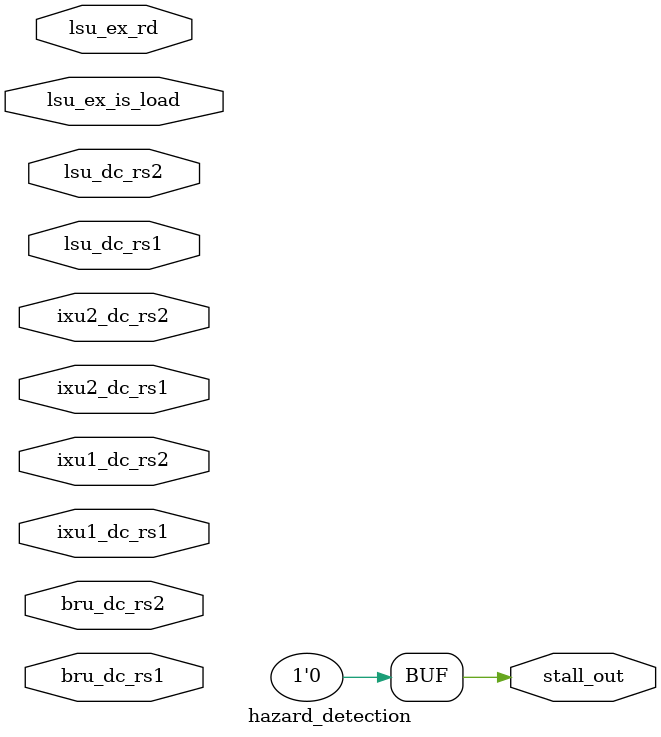
<source format=sv>
module hazard_detection
(
    // LSU execution dest reg
    input   logic [4:0]         lsu_ex_rd,
    input   logic               lsu_ex_is_load,
    // decode src regs
    input   logic [4:0]         ixu1_dc_rs1,
    input   logic [4:0]         ixu1_dc_rs2,
    input   logic [4:0]         ixu2_dc_rs1,
    input   logic [4:0]         ixu2_dc_rs2,
    input   logic [4:0]         lsu_dc_rs1,
    input   logic [4:0]         lsu_dc_rs2,
    input   logic [4:0]         bru_dc_rs1,
    input   logic [4:0]         bru_dc_rs2,
    // stall output signal
    output  logic               stall_out
);

// RAW from loads portion
always_comb begin
    // stall_out = (
    //     ((ixu1_dc_rs1 == lsu_ex_rd) || 
    //     (ixu1_dc_rs2 == lsu_ex_rd) || 
    //     (ixu2_dc_rs1 == lsu_ex_rd) || 
    //     (ixu2_dc_rs2 == lsu_ex_rd) || 
    //     (lsu_dc_rs1 == lsu_ex_rd) || 
    //     (lsu_dc_rs2 == lsu_ex_rd) ||
    //     (bru_dc_rs1 == lsu_ex_rd) || 
    //     (bru_dc_rs2 == lsu_ex_rd)) && (lsu_ex_is_load && (lsu_ex_rd != '0))
    // ) ? '1 : '0;
    // no need for stalling right now since forwarding takes care of all of it
    stall_out = '0;
end

endmodule
</source>
